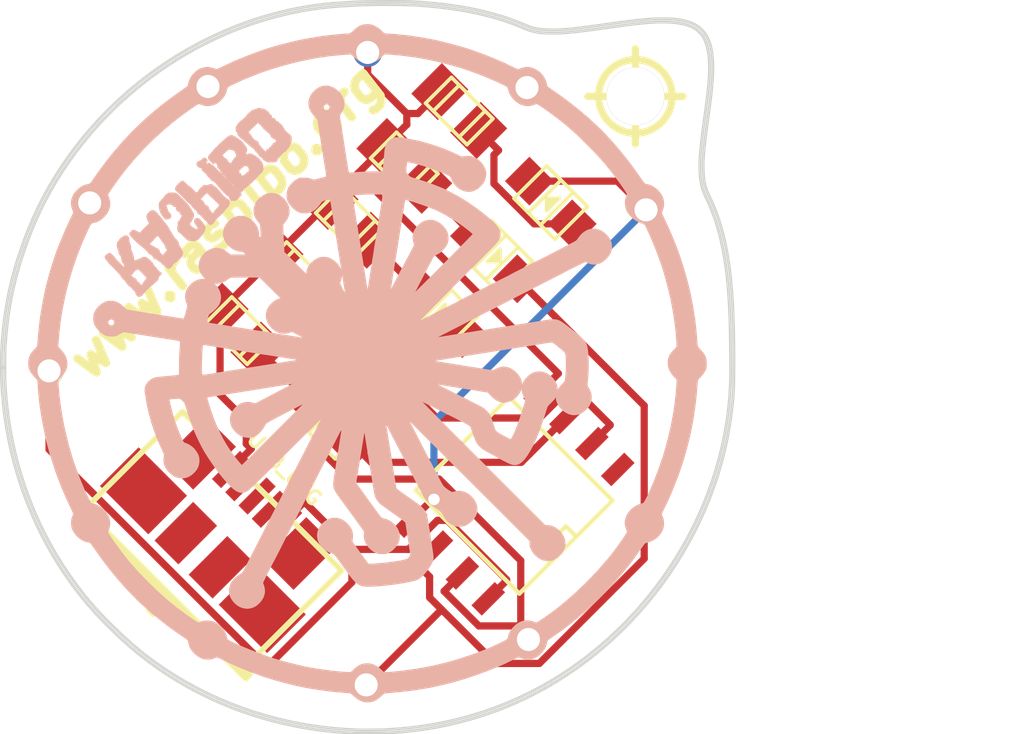
<source format=kicad_pcb>
(kicad_pcb (version 4) (host pcbnew no-vcs-found-product)
  (layers (0 F.Cu signal) (31 B.Cu signal) (34 B.Paste user) (35 F.Paste user) (36 B.SilkS user) (37 F.SilkS user) (38 B.Mask user) (39 F.Mask user) (44 Edge.Cuts user))
  (net 0 "")
  (net 1 GND)
  (net 2 "Net-(D1-Pad2)")
  (net 3 "Net-(D2-Pad2)")
  (net 4 "Net-(D3-Pad2)")
  (net 5 "Net-(D4-Pad2)")
  (net 6 "Net-(D5-Pad2)")
  (net 7 VCC)
  (net 8 "Net-(D1-Pad1)")
  (net 9 "Net-(D2-Pad1)")
  (net 10 "Net-(D3-Pad1)")
  (net 11 "Net-(D4-Pad1)")
  (net 12 "Net-(D5-Pad1)")
  (net 13 "Net-(IC1-Pad1)")
  (module w_details:hole_2mm (layer F.Cu) (at 209.3087 69.977)
    (fp_text reference hole_2mm hide)
    (fp_text value VAL** hide)
    (pad 1 thru_hole circle (at 0 0) (size 1.99898 1.99898) (drill 1.99898) (layers *.Cu F.SilkS))
  )
  (module w_details:hole_1mm (layer F.Cu) (at 199.974 90.3986)
    (fp_text reference P6 hide)
    (fp_text value CONN_01X01 hide)
    (pad 1 thru_hole circle (at 0 0) (size 1.00076 1.00076) (drill 0.8) (layers *.Cu F.SilkS) (net 3 "Net-(D2-Pad2)"))
  )
  (module w_details:hole_1mm (layer F.Cu) (at 205.6 88.8238)
    (fp_text reference P4 hide)
    (fp_text value CONN_01X01 hide)
    (pad 1 thru_hole circle (at 0 0) (size 1.00076 1.00076) (drill 0.8) (layers *.Cu F.SilkS) (net 4 "Net-(D3-Pad2)"))
  )
  (module w_details:hole_1mm (layer F.Cu) (at 211.061 79.2353)
    (fp_text reference P2 hide)
    (fp_text value CONN_01X01 hide)
  )
  (module w_details:hole_1mm (layer F.Cu) (at 209.677 73.914)
    (fp_text reference P5 hide)
    (fp_text value CONN_01X01 hide)
    (pad 1 thru_hole circle (at 0 0) (size 1.00076 1.00076) (drill 0.8) (layers *.Cu F.SilkS) (net 2 "Net-(D1-Pad2)"))
  )
  (module w_details:hole_1mm (layer F.Cu) (at 205.5495 69.6722)
    (fp_text reference P3 hide)
    (fp_text value CONN_01X01 hide)
    (pad 1 thru_hole circle (at 0 0) (size 1.00076 1.00076) (drill 0.8) (layers *.Cu F.SilkS) (net 1 GND))
  )
  (module w_details:hole_1mm (layer F.Cu) (at 200.025 68.453)
    (fp_text reference P3 hide)
    (fp_text value CONN_01X01 hide)
    (pad 1 thru_hole circle (at 0 0) (size 1.00076 1.00076) (drill 0.8) (layers *.Cu) (net 1 GND))
  )
  (module w_details:hole_1mm (layer F.Cu) (at 194.4878 69.6341)
    (fp_text reference P3 hide)
    (fp_text value CONN_01X01 hide)
    (pad 1 thru_hole circle (at 0 0) (size 1.00076 1.00076) (drill 0.8) (layers *.Cu) (net 1 GND))
  )
  (module w_details:hole_1mm (layer F.Cu) (at 190.3857 73.6727)
    (fp_text reference P7 hide)
    (fp_text value CONN_01X01 hide)
    (pad 1 thru_hole circle (at 0 0) (size 1.00076 1.00076) (drill 0.8) (layers *.Cu F.SilkS) (net 7 VCC))
  )
  (module w_details:hole_1mm (layer F.Cu) (at 188.976 79.502)
    (fp_text reference P7 hide)
    (fp_text value CONN_01X01 hide)
    (pad 1 thru_hole circle (at 0 0) (size 1.00076 1.00076) (drill 0.8) (layers *.Cu F.SilkS) (net 7 VCC))
  )
  (module raspibo_logo:raspibo_logo (layer B.Cu) (at 200.025 79.375)
    (fp_text reference P9 hide)
    (fp_text value CONN_01X01 hide)
  )
  (module raspibo_logo:contorno (layer F.Cu) (at 200.025 79.375)
    (fp_text reference P8 hide)
    (fp_text value CONN_01X01 hide)
    (fp_poly (pts (xy 12.698962 -0.35167) (xy 12.698524 -0.019871) (xy 12.698025 0.083457) (xy 12.697202 0.21339) (xy 12.696229 0.330322) (xy 12.695039 0.435767) (xy 12.693568 0.531237) (xy 12.69175 0.618246) (xy 12.68952 0.698308) (xy 12.686813 0.772934) (xy 12.683563 0.84364) (xy 12.679706 0.911937) (xy 12.675176 0.97934) (xy 12.669907 1.047361) (xy 12.663836 1.117514) (xy 12.656895 1.191311) (xy 12.649022 1.270267) (xy 12.645322 1.306286) (xy 12.594491 1.727859) (xy 12.586537 1.779094) (xy 12.586537 0.070381) (xy 12.586346 -0.031066) (xy 12.585935 -0.139104) (xy 12.585313 -0.252411) (xy 12.584492 -0.369668) (xy 12.583482 -0.489553) (xy 12.582293 -0.610748) (xy 12.580935 -0.731932) (xy 12.57942 -0.851784) (xy 12.577756 -0.968984) (xy 12.575956 -1.082212) (xy 12.574028 -1.190148) (xy 12.571984 -1.291472) (xy 12.569834 -1.384862) (xy 12.569347 -1.404257) (xy 12.560667 -1.693809) (xy 12.54972 -1.969963) (xy 12.536415 -2.233672) (xy 12.520663 -2.485886) (xy 12.502373 -2.72756) (xy 12.481456 -2.959643) (xy 12.457821 -3.183089) (xy 12.431377 -3.39885) (xy 12.402036 -3.607877) (xy 12.369707 -3.811124) (xy 12.334299 -4.009541) (xy 12.311737 -4.125685) (xy 12.257569 -4.379455) (xy 12.198909 -4.621232) (xy 12.135092 -4.853026) (xy 12.065454 -5.076844) (xy 11.98933 -5.294696) (xy 11.906056 -5.508588) (xy 11.814967 -5.72053) (xy 11.715399 -5.932531) (xy 11.711048 -5.941413) (xy 11.66746 -6.036979) (xy 11.630436 -6.133374) (xy 11.599491 -6.23269) (xy 11.574139 -6.337016) (xy 11.553897 -6.448442) (xy 11.538279 -6.569061) (xy 11.526801 -6.70096) (xy 11.523733 -6.749143) (xy 11.519913 -6.829169) (xy 11.517753 -6.911353) (xy 11.517325 -6.99657) (xy 11.518698 -7.085694) (xy 11.521944 -7.179596) (xy 11.527132 -7.279153) (xy 11.534335 -7.385236) (xy 11.543622 -7.498721) (xy 11.555064 -7.620479) (xy 11.568732 -7.751386) (xy 11.584697 -7.892315) (xy 11.60303 -8.04414) (xy 11.6238 -8.207734) (xy 11.64708 -8.383971) (xy 11.669281 -8.547187) (xy 11.692554 -8.717111) (xy 11.713744 -8.873631) (xy 11.732953 -9.017692) (xy 11.750285 -9.150238) (xy 11.765841 -9.272215) (xy 11.779724 -9.384567) (xy 11.792036 -9.488239) (xy 11.802881 -9.584175) (xy 11.81236 -9.673321) (xy 11.820575 -9.756622) (xy 11.82763 -9.835021) (xy 11.833627 -9.909465) (xy 11.838668 -9.980897) (xy 11.842855 -10.050263) (xy 11.846292 -10.118507) (xy 11.84908 -10.186575) (xy 11.85004 -10.214038) (xy 11.853166 -10.398372) (xy 11.84978 -10.570157) (xy 11.839797 -10.729858) (xy 11.823129 -10.877939) (xy 11.799692 -11.014865) (xy 11.769399 -11.141102) (xy 11.732164 -11.257115) (xy 11.687902 -11.363368) (xy 11.636526 -11.460325) (xy 11.612682 -11.498578) (xy 11.587916 -11.532159) (xy 11.55466 -11.571147) (xy 11.515922 -11.61253) (xy 11.47471 -11.653296) (xy 11.434035 -11.690433) (xy 11.396903 -11.720928) (xy 11.375265 -11.7363) (xy 11.283158 -11.789551) (xy 11.181399 -11.836105) (xy 11.069655 -11.876005) (xy 10.94759 -11.909296) (xy 10.814871 -11.936022) (xy 10.671163 -11.956226) (xy 10.516132 -11.969954) (xy 10.349443 -11.977248) (xy 10.170761 -11.978153) (xy 9.979753 -11.972713) (xy 9.776083 -11.960973) (xy 9.707903 -11.95587) (xy 9.643405 -11.950599) (xy 9.578377 -11.944879) (xy 9.51184 -11.938589) (xy 9.44282 -11.931607) (xy 9.370337 -11.923813) (xy 9.293416 -11.915086) (xy 9.211081 -11.905305) (xy 9.122352 -11.894349) (xy 9.026255 -11.882097) (xy 8.921812 -11.868429) (xy 8.808047 -11.853222) (xy 8.683981 -11.836357) (xy 8.548639 -11.817712) (xy 8.401044 -11.797166) (xy 8.240219 -11.774599) (xy 8.215086 -11.771059) (xy 8.053725 -11.748433) (xy 7.905624 -11.727914) (xy 7.769701 -11.709379) (xy 7.644874 -11.692704) (xy 7.530062 -11.677764) (xy 7.424183 -11.664435) (xy 7.326154 -11.652594) (xy 7.234895 -11.642117) (xy 7.149323 -11.632878) (xy 7.068358 -11.624755) (xy 6.990915 -11.617624) (xy 6.915915 -11.611359) (xy 6.842276 -11.605838) (xy 6.768915 -11.600936) (xy 6.69475 -11.596529) (xy 6.691265 -11.596334) (xy 6.628435 -11.593611) (xy 6.557272 -11.591861) (xy 6.480372 -11.591043) (xy 6.400329 -11.591118) (xy 6.319741 -11.592044) (xy 6.241204 -11.59378) (xy 6.167312 -11.596286) (xy 6.100663 -11.599522) (xy 6.043853 -11.603447) (xy 6.007388 -11.607037) (xy 5.87396 -11.625932) (xy 5.752068 -11.649939) (xy 5.639466 -11.679604) (xy 5.533913 -11.715476) (xy 5.487407 -11.734086) (xy 5.450085 -11.749756) (xy 5.404222 -11.769027) (xy 5.354655 -11.789866) (xy 5.30622 -11.81024) (xy 5.286829 -11.8184) (xy 5.023354 -11.923034) (xy 4.747651 -12.020335) (xy 4.46006 -12.110229) (xy 4.160922 -12.192642) (xy 3.850578 -12.2675) (xy 3.529368 -12.33473) (xy 3.197633 -12.394256) (xy 2.855713 -12.446007) (xy 2.50395 -12.489906) (xy 2.142683 -12.525881) (xy 1.959429 -12.540811) (xy 1.863669 -12.547856) (xy 1.77383 -12.554017) (xy 1.688014 -12.559363) (xy 1.604322 -12.56396) (xy 1.520856 -12.567878) (xy 1.435719 -12.571185) (xy 1.347012 -12.573947) (xy 1.252837 -12.576234) (xy 1.151296 -12.578113) (xy 1.040491 -12.579652) (xy 0.918524 -12.580919) (xy 0.816429 -12.581748) (xy 0.679568 -12.582598) (xy 0.555003 -12.583008) (xy 0.440521 -12.582931) (xy 0.333909 -12.582321) (xy 0.232955 -12.58113) (xy 0.135445 -12.579313) (xy 0.039166 -12.576822) (xy -0.058094 -12.573612) (xy -0.158549 -12.569634) (xy -0.264411 -12.564843) (xy -0.377893 -12.559192) (xy -0.460828 -12.554819) (xy -0.525297 -12.551366) (xy -0.588901 -12.547976) (xy -0.649261 -12.544775) (xy -0.703995 -12.541889) (xy -0.750721 -12.539443) (xy -0.78706 -12.537562) (xy -0.805542 -12.536625) (xy -1.199834 -12.509799) (xy -1.595214 -12.468679) (xy -1.991141 -12.413391) (xy -2.387075 -12.344064) (xy -2.782475 -12.260825) (xy -3.176802 -12.163803) (xy -3.569515 -12.053125) (xy -3.960073 -11.928919) (xy -4.347936 -11.791312) (xy -4.732564 -11.640433) (xy -4.909457 -11.566092) (xy -5.112277 -11.476396) (xy -5.322305 -11.37851) (xy -5.536147 -11.274163) (xy -5.750415 -11.165083) (xy -5.961717 -11.052998) (xy -6.166663 -10.939638) (xy -6.361862 -10.82673) (xy -6.374151 -10.819436) (xy -6.657217 -10.646688) (xy -6.931133 -10.470247) (xy -7.197805 -10.288699) (xy -7.459139 -10.100627) (xy -7.717043 -9.904615) (xy -7.973422 -9.699249) (xy -8.230182 -9.483111) (xy -8.489232 -9.254787) (xy -8.527127 -9.220557) (xy -8.564317 -9.186203) (xy -8.610121 -9.142816) (xy -8.663099 -9.091834) (xy -8.721814 -9.034693) (xy -8.784828 -8.972832) (xy -8.850701 -8.907687) (xy -8.917995 -8.840697) (xy -8.985273 -8.773298) (xy -9.051096 -8.706928) (xy -9.114025 -8.643024) (xy -9.172623 -8.583025) (xy -9.225451 -8.528366) (xy -9.27107 -8.480487) (xy -9.308042 -8.440824) (xy -9.315367 -8.4328) (xy -9.596288 -8.114013) (xy -9.863391 -7.791443) (xy -10.116993 -7.464608) (xy -10.357411 -7.133025) (xy -10.58496 -6.796213) (xy -10.799957 -6.453689) (xy -11.002719 -6.104971) (xy -11.193562 -5.749577) (xy -11.372802 -5.387025) (xy -11.508327 -5.090885) (xy -11.57822 -4.928315) (xy -11.649553 -4.754088) (xy -11.721373 -4.570861) (xy -11.792727 -4.381291) (xy -11.862662 -4.188038) (xy -11.930226 -3.99376) (xy -11.994465 -3.801113) (xy -12.054425 -3.612756) (xy -12.109155 -3.431347) (xy -12.13282 -3.349171) (xy -12.215259 -3.043081) (xy -12.288908 -2.737467) (xy -12.354087 -2.430437) (xy -12.411113 -2.120097) (xy -12.460306 -1.804555) (xy -12.501983 -1.481916) (xy -12.536464 -1.15029) (xy -12.564068 -0.807782) (xy -12.56646 -0.772885) (xy -12.56955 -0.718194) (xy -12.57236 -0.650925) (xy -12.574874 -0.573008) (xy -12.577074 -0.486379) (xy -12.578944 -0.392969) (xy -12.580467 -0.294711) (xy -12.581625 -0.193538) (xy -12.582403 -0.091384) (xy -12.582782 0.00982) (xy -12.582747 0.108141) (xy -12.582279 0.201644) (xy -12.581362 0.288399) (xy -12.57998 0.366471) (xy -12.578115 0.433928) (xy -12.577242 0.4572) (xy -12.552607 0.886706) (xy -12.514069 1.313806) (xy -12.461758 1.738149) (xy -12.395804 2.15938) (xy -12.316337 2.577147) (xy -12.223489 2.991096) (xy -12.117388 3.400875) (xy -11.998166 3.806129) (xy -11.865952 4.206506) (xy -11.720877 4.601653) (xy -11.563071 4.991216) (xy -11.392665 5.374841) (xy -11.209788 5.752177) (xy -11.014572 6.122869) (xy -10.807145 6.486565) (xy -10.587639 6.842911) (xy -10.356183 7.191553) (xy -10.112908 7.53214) (xy -9.857945 7.864317) (xy -9.835128 7.892914) (xy -9.724169 8.029744) (xy -9.614625 8.160998) (xy -9.504941 8.288355) (xy -9.393561 8.413497) (xy -9.278927 8.538102) (xy -9.159484 8.663851) (xy -9.033676 8.792423) (xy -8.899945 8.925498) (xy -8.756737 9.064757) (xy -8.69188 9.126934) (xy -8.518141 9.290899) (xy -8.351116 9.444391) (xy -8.189121 9.58877) (xy -8.030466 9.725398) (xy -7.873467 9.855637) (xy -7.716437 9.980848) (xy -7.557688 10.102393) (xy -7.395535 10.221633) (xy -7.22829 10.33993) (xy -7.054267 10.458645) (xy -6.985 10.50482) (xy -6.631804 10.730148) (xy -6.271017 10.943193) (xy -5.90295 11.143845) (xy -5.527918 11.331994) (xy -5.146231 11.50753) (xy -4.758204 11.670342) (xy -4.364148 11.82032) (xy -3.964377 11.957356) (xy -3.559202 12.081337) (xy -3.148938 12.192155) (xy -2.733897 12.289699) (xy -2.314391 12.37386) (xy -1.890733 12.444526) (xy -1.463235 12.501589) (xy -1.2446 12.52534) (xy -1.136423 12.535519) (xy -1.01834 12.54543) (xy -0.893826 12.554847) (xy -0.766361 12.563546) (xy -0.63942 12.571302) (xy -0.51648 12.577889) (xy -0.40102 12.583083) (xy -0.297542 12.58663) (xy -0.256699 12.587404) (xy -0.203504 12.587863) (xy -0.140036 12.588027) (xy -0.068375 12.587919) (xy 0.009398 12.58756) (xy 0.091205 12.586973) (xy 0.174966 12.586179) (xy 0.258601 12.5852) (xy 0.34003 12.584058) (xy 0.417174 12.582775) (xy 0.487953 12.581372) (xy 0.550287 12.579872) (xy 0.602097 12.578296) (xy 0.638629 12.5768) (xy 1.059147 12.549797) (xy 1.472537 12.510528) (xy 1.879685 12.458828) (xy 2.281478 12.394532) (xy 2.678804 12.317473) (xy 3.072551 12.227487) (xy 3.463605 12.124408) (xy 3.852853 12.008069) (xy 4.074886 11.935549) (xy 4.461879 11.797612) (xy 4.844054 11.646082) (xy 5.221117 11.481158) (xy 5.592776 11.303037) (xy 5.958737 11.111919) (xy 6.318705 10.908001) (xy 6.672388 10.691482) (xy 7.019491 10.462559) (xy 7.359721 10.221433) (xy 7.692785 9.9683) (xy 8.018388 9.703359) (xy 8.336237 9.426809) (xy 8.646038 9.138847) (xy 8.947498 8.839672) (xy 9.240323 8.529484) (xy 9.427408 8.320315) (xy 9.70216 7.995826) (xy 9.965886 7.662749) (xy 10.218359 7.321544) (xy 10.459352 6.972666) (xy 10.688638 6.616573) (xy 10.90599 6.253723) (xy 11.111182 5.884574) (xy 11.303987 5.509582) (xy 11.484178 5.129205) (xy 11.651528 4.7439) (xy 11.80581 4.354126) (xy 11.946798 3.960339) (xy 12.074264 3.562996) (xy 12.187982 3.162556) (xy 12.287726 2.759476) (xy 12.365353 2.394857) (xy 12.429906 2.039311) (xy 12.483029 1.686788) (xy 12.525058 1.334262) (xy 12.556329 0.978706) (xy 12.577181 0.617095) (xy 12.583819 0.432559) (xy 12.584887 0.383866) (xy 12.585682 0.321981) (xy 12.586215 0.248225) (xy 12.586497 0.163918) (xy 12.586537 0.070381) (xy 12.586537 1.779094) (xy 12.529579 2.145991) (xy 12.450576 2.560711) (xy 12.357474 2.972051) (xy 12.250262 3.38004) (xy 12.128932 3.78471) (xy 11.993476 4.186091) (xy 11.843883 4.584212) (xy 11.680146 4.979106) (xy 11.502255 5.370801) (xy 11.360511 5.660572) (xy 11.161928 6.038905) (xy 10.951619 6.409731) (xy 10.729895 6.772763) (xy 10.497062 7.127716) (xy 10.253428 7.474303) (xy 9.999303 7.812236) (xy 9.734993 8.141231) (xy 9.460807 8.461) (xy 9.177053 8.771256) (xy 8.88404 9.071714) (xy 8.582074 9.362087) (xy 8.271464 9.642088) (xy 7.952519 9.91143) (xy 7.625546 10.169829) (xy 7.290854 10.416996) (xy 6.94875 10.652645) (xy 6.599542 10.876491) (xy 6.24354 11.088246) (xy 5.88105 11.287624) (xy 5.51238 11.474338) (xy 5.13784 11.648103) (xy 4.757736 11.808631) (xy 4.742543 11.814723) (xy 4.357361 11.961211) (xy 3.965482 12.095155) (xy 3.567903 12.216315) (xy 3.16562 12.324456) (xy 2.75963 12.41934) (xy 2.35093 12.500728) (xy 1.940515 12.568384) (xy 1.529384 12.622071) (xy 1.226458 12.652561) (xy 1.142731 12.659869) (xy 1.067591 12.666271) (xy 0.999403 12.671832) (xy 0.936532 12.676617) (xy 0.877344 12.68069) (xy 0.820204 12.684116) (xy 0.763478 12.686958) (xy 0.70553 12.689282) (xy 0.644727 12.691152) (xy 0.579433 12.692633) (xy 0.508015 12.693788) (xy 0.428838 12.694683) (xy 0.340266 12.695382) (xy 0.240666 12.69595) (xy 0.128403 12.69645) (xy 0.112486 12.696515) (xy -0.01202 12.696924) (xy -0.12307 12.69708) (xy -0.221719 12.696972) (xy -0.309022 12.69659) (xy -0.386036 12.695923) (xy -0.453815 12.69496) (xy -0.513415 12.693691) (xy -0.565892 12.692104) (xy -0.612302 12.690188) (xy -0.638628 12.688823) (xy -1.040613 12.660752) (xy -1.434419 12.622115) (xy -1.822143 12.572597) (xy -2.20588 12.511884) (xy -2.587728 12.439661) (xy -2.969781 12.355614) (xy -3.1496 12.312041) (xy -3.55786 12.203123) (xy -3.960956 12.081326) (xy -4.358505 11.946853) (xy -4.750121 11.799906) (xy -5.135422 11.640689) (xy -5.514025 11.469405) (xy -5.885544 11.286258) (xy -6.249596 11.091449) (xy -6.605798 10.885183) (xy -6.953766 10.667663) (xy -7.293117 10.439091) (xy -7.623465 10.199671) (xy -7.944429 9.949606) (xy -8.255623 9.689098) (xy -8.476342 9.492509) (xy -8.528109 9.444722) (xy -8.588038 9.388623) (xy -8.654171 9.326102) (xy -8.724546 9.259048) (xy -8.797206 9.189351) (xy -8.870188 9.1189) (xy -8.941535 9.049586) (xy -9.009285 8.983297) (xy -9.071479 8.921923) (xy -9.126157 8.867354) (xy -9.154885 8.838314) (xy -9.431333 8.546899) (xy -9.698682 8.244403) (xy -9.956617 7.931299) (xy -10.204824 7.608062) (xy -10.442986 7.275167) (xy -10.670789 6.933086) (xy -10.887918 6.582293) (xy -11.094056 6.223264) (xy -11.28889 5.856471) (xy -11.472104 5.482388) (xy -11.643383 5.10149) (xy -11.649493 5.087257) (xy -11.813881 4.685361) (xy -11.96453 4.278854) (xy -12.101394 3.867949) (xy -12.224423 3.452858) (xy -12.333571 3.033792) (xy -12.428789 2.610963) (xy -12.510028 2.184583) (xy -12.577242 1.754865) (xy -12.630381 1.322019) (xy -12.669398 0.886259) (xy -12.692635 0.486331) (xy -12.694617 0.429931) (xy -12.696274 0.361492) (xy -12.697604 0.283209) (xy -12.698608 0.197278) (xy -12.699286 0.105894) (xy -12.699637 0.011254) (xy -12.699661 -0.084447) (xy -12.699358 -0.179014) (xy -12.698727 -0.27025) (xy -12.697769 -0.35596) (xy -12.696484 -0.433948) (xy -12.69487 -0.502019) (xy -12.692928 -0.557976) (xy -12.692734 -0.562428) (xy -12.666976 -0.987649) (xy -12.627918 -1.407651) (xy -12.575582 -1.822286) (xy -12.509994 -2.231409) (xy -12.431178 -2.634873) (xy -12.339157 -3.032532) (xy -12.233958 -3.42424) (xy -12.191379 -3.568692) (xy -12.153097 -3.692319) (xy -12.109929 -3.82616) (xy -12.062937 -3.967191) (xy -12.013185 -4.112386) (xy -11.961735 -4.258721) (xy -11.90965 -4.403171) (xy -11.857991 -4.542711) (xy -11.807823 -4.674315) (xy -11.763284 -4.787311) (xy -11.60257 -5.16819) (xy -11.428791 -5.543057) (xy -11.241869 -5.912052) (xy -11.041722 -6.275317) (xy -10.828271 -6.632993) (xy -10.601435 -6.985222) (xy -10.361135 -7.332145) (xy -10.180289 -7.577991) (xy -9.976283 -7.841341) (xy -9.766303 -8.097867) (xy -9.548626 -8.349519) (xy -9.321526 -8.598245) (xy -9.083279 -8.845997) (xy -8.878529 -9.049657) (xy -8.571428 -9.339547) (xy -8.254998 -9.61905) (xy -7.929696 -9.887924) (xy -7.595981 -10.145924) (xy -7.254311 -10.392806) (xy -6.905144 -10.628325) (xy -6.54894 -10.852238) (xy -6.186157 -11.0643) (xy -5.817253 -11.264268) (xy -5.442687 -11.451897) (xy -5.062917 -11.626943) (xy -4.678401 -11.789162) (xy -4.289598 -11.938311) (xy -3.896967 -12.074144) (xy -3.500966 -12.196417) (xy -3.102053 -12.304887) (xy -2.700687 -12.39931) (xy -2.5146 -12.438113) (xy -2.182175 -12.499937) (xy -1.852254 -12.551718) (xy -1.521486 -12.59387) (xy -1.186522 -12.626803) (xy -0.84401 -12.650929) (xy -0.7366 -12.656644) (xy -0.678447 -12.659648) (xy -0.611144 -12.663347) (xy -0.540023 -12.667436) (xy -0.470413 -12.671606) (xy -0.407645 -12.675551) (xy -0.402771 -12.675868) (xy -0.363301 -12.67793) (xy -0.31063 -12.679882) (xy -0.246069 -12.681719) (xy -0.170931 -12.683432) (xy -0.086529 -12.685015) (xy 0.005826 -12.686461) (xy 0.10482 -12.687762) (xy 0.209142 -12.688913) (xy 0.317479 -12.689905) (xy 0.428519 -12.690733) (xy 0.54095 -12.691388) (xy 0.653458 -12.691864) (xy 0.764733 -12.692154) (xy 0.873461 -12.692251) (xy 0.978331 -12.692147) (xy 1.078029 -12.691837) (xy 1.171244 -12.691313) (xy 1.256663 -12.690567) (xy 1.332974 -12.689594) (xy 1.398864 -12.688385) (xy 1.453021 -12.686935) (xy 1.480458 -12.685897) (xy 1.840326 -12.665951) (xy 2.196557 -12.637994) (xy 2.547276 -12.602233) (xy 2.890608 -12.558881) (xy 3.224678 -12.508146) (xy 3.497943 -12.459755) (xy 3.784219 -12.402046) (xy 4.058678 -12.339375) (xy 4.323351 -12.271139) (xy 4.580268 -12.196731) (xy 4.831457 -12.115547) (xy 5.078949 -12.026981) (xy 5.324773 -11.930427) (xy 5.452986 -11.876704) (xy 5.54195 -11.840049) (xy 5.625312 -11.808974) (xy 5.705393 -11.783026) (xy 5.784512 -11.761757) (xy 5.864988 -11.744714) (xy 5.949143 -11.731449) (xy 6.039295 -11.721509) (xy 6.137765 -11.714445) (xy 6.246872 -11.709805) (xy 6.32194 -11.707928) (xy 6.398127 -11.706888) (xy 6.473814 -11.706832) (xy 6.549927 -11.707847) (xy 6.627394 -11.710023) (xy 6.707142 -11.713446) (xy 6.790098 -11.718203) (xy 6.87719 -11.724384) (xy 6.969346 -11.732074) (xy 7.067492 -11.741363) (xy 7.172556 -11.752337) (xy 7.285465 -11.765084) (xy 7.407147 -11.779692) (xy 7.538528 -11.796249) (xy 7.680537 -11.814842) (xy 7.834101 -11.835559) (xy 8.000147 -11.858488) (xy 8.17564 -11.883155) (xy 8.339211 -11.906241) (xy 8.489498 -11.927289) (xy 8.627573 -11.946426) (xy 8.754504 -11.963779) (xy 8.871361 -11.979475) (xy 8.979213 -11.993641) (xy 9.07913 -12.006405) (xy 9.172181 -12.017892) (xy 9.259435 -12.028232) (xy 9.341963 -12.037549) (xy 9.420832 -12.045973) (xy 9.497114 -12.053629) (xy 9.571877 -12.060646) (xy 9.64619 -12.067149) (xy 9.721123 -12.073266) (xy 9.797746 -12.079125) (xy 9.866086 -12.084073) (xy 9.924493 -12.087385) (xy 9.992789 -12.089883) (xy 10.068407 -12.091579) (xy 10.14878 -12.092489) (xy 10.231342 -12.092625) (xy 10.313527 -12.092) (xy 10.392767 -12.090629) (xy 10.466496 -12.088525) (xy 10.532149 -12.085702) (xy 10.587158 -12.082173) (xy 10.609943 -12.08014) (xy 10.761604 -12.061864) (xy 10.900361 -12.038753) (xy 11.027113 -12.010461) (xy 11.142759 -11.976642) (xy 11.248198 -11.93695) (xy 11.34433 -11.891038) (xy 11.432052 -11.838561) (xy 11.512265 -11.77917) (xy 11.585867 -11.712521) (xy 11.599112 -11.699076) (xy 11.668759 -11.618943) (xy 11.730876 -11.530032) (xy 11.785565 -11.431934) (xy 11.832925 -11.324241) (xy 11.873058 -11.206545) (xy 11.906065 -11.078438) (xy 11.932045 -10.93951) (xy 11.951101 -10.789354) (xy 11.963332 -10.627561) (xy 11.96884 -10.453723) (xy 11.967724 -10.26743) (xy 11.966169 -10.2108) (xy 11.963739 -10.143362) (xy 11.960731 -10.076262) (xy 11.957044 -10.008572) (xy 11.952578 -9.939366) (xy 11.947232 -9.867715) (xy 11.940906 -9.792692) (xy 11.9335 -9.71337) (xy 11.924913 -9.628819) (xy 11.915045 -9.538114) (xy 11.903795 -9.440326) (xy 11.891063 -9.334527) (xy 11.876748 -9.219791) (xy 11.860751 -9.095189) (xy 11.842971 -8.959794) (xy 11.823307 -8.812678) (xy 11.801659 -8.652913) (xy 11.781969 -8.509) (xy 11.757207 -8.326395) (xy 11.734939 -8.157167) (xy 11.715093 -8.000408) (xy 11.697596 -7.85521) (xy 11.682375 -7.720665) (xy 11.669357 -7.595863) (xy 11.658471 -7.479897) (xy 11.649642 -7.371859) (xy 11.642799 -7.27084) (xy 11.637868 -7.175932) (xy 11.634778 -7.086227) (xy 11.633454 -7.000817) (xy 11.633825 -6.918792) (xy 11.635818 -6.839246) (xy 11.63936 -6.761269) (xy 11.64048 -6.741885) (xy 11.649053 -6.625384) (xy 11.660422 -6.520346) (xy 11.675322 -6.423866) (xy 11.694492 -6.33304) (xy 11.718667 -6.244964) (xy 11.748584 -6.156732) (xy 11.78498 -6.065441) (xy 11.828591 -5.968185) (xy 11.845945 -5.931681) (xy 11.939928 -5.728589) (xy 12.026063 -5.525563) (xy 12.105109 -5.320367) (xy 12.177827 -5.110765) (xy 12.244975 -4.894521) (xy 12.307314 -4.6694) (xy 12.365604 -4.433166) (xy 12.386906 -4.339771) (xy 12.423696 -4.167009) (xy 12.457992 -3.989228) (xy 12.489831 -3.805887) (xy 12.519251 -3.616442) (xy 12.546291 -3.420353) (xy 12.570988 -3.217076) (xy 12.593381 -3.006071) (xy 12.613508 -2.786794) (xy 12.631406 -2.558705) (xy 12.647115 -2.32126) (xy 12.660672 -2.073918) (xy 12.672115 -1.816137) (xy 12.681483 -1.547374) (xy 12.688814 -1.267088) (xy 12.694145 -0.974737) (xy 12.697515 -0.669778) (xy 12.698962 -0.35167) (xy 12.698962 -0.35167)) (layer Edge.Cuts) (width 0.1))
  )
  (module w_smd_leds:Led_0805 (layer F.Cu) (at 206.375 73.66 135)
    (fp_text reference D1 hide)
    (fp_text value LED hide)
    (pad 1 smd rect (at -1.04902 0 135) (size 1.19888 1.19888) (layers F.Cu F.Paste F.Mask) (net 8 "Net-(D1-Pad1)"))
    (pad 2 smd rect (at 1.04902 0 135) (size 1.19888 1.19888) (layers F.Cu F.Paste F.Mask) (net 2 "Net-(D1-Pad2)"))
  )
  (module w_smd_leds:Led_0805 (layer F.Cu) (at 204.47 75.565 315)
    (fp_text reference D2 hide)
    (fp_text value LED hide)
    (pad 1 smd rect (at -1.04902 0 315) (size 1.19888 1.19888) (layers F.Cu F.Paste F.Mask) (net 9 "Net-(D2-Pad1)"))
    (pad 2 smd rect (at 1.04902 0 315) (size 1.19888 1.19888) (layers F.Cu F.Paste F.Mask) (net 3 "Net-(D2-Pad2)"))
  )
  (module w_smd_leds:Led_0805 (layer F.Cu) (at 202.565 77.47 315)
    (fp_text reference D3 hide)
    (fp_text value LED hide)
    (pad 1 smd rect (at -1.04902 0 315) (size 1.19888 1.19888) (layers F.Cu F.Paste F.Mask) (net 10 "Net-(D3-Pad1)"))
    (pad 2 smd rect (at 1.04902 0 315) (size 1.19888 1.19888) (layers F.Cu F.Paste F.Mask) (net 4 "Net-(D3-Pad2)"))
  )
  (module w_smd_leds:Led_0805 (layer F.Cu) (at 200.66 79.375 315)
    (fp_text reference D4 (at 0 -1.651 315) (layer F.SilkS) (effects (font (size 0.8001 0.8001) (thickness 0.14986))))
    (fp_text value LED hide)
    (pad 1 smd rect (at -1.04902 0 315) (size 1.19888 1.19888) (layers F.Cu F.Paste F.Mask) (net 11 "Net-(D4-Pad1)"))
    (pad 2 smd rect (at 1.04902 0 315) (size 1.19888 1.19888) (layers F.Cu F.Paste F.Mask) (net 5 "Net-(D4-Pad2)"))
  )
  (module w_smd_leds:Led_0805 (layer F.Cu) (at 198.755 81.28 315)
    (fp_text reference D5 hide)
    (fp_text value LED hide)
    (pad 1 smd rect (at -1.04902 0 315) (size 1.19888 1.19888) (layers F.Cu F.Paste F.Mask) (net 12 "Net-(D5-Pad1)"))
    (pad 2 smd rect (at 1.04902 0 315) (size 1.19888 1.19888) (layers F.Cu F.Paste F.Mask) (net 6 "Net-(D5-Pad2)"))
  )
  (module SMD_Packages:SOIC-8-N (layer F.Cu) (at 205.105 83.82 135)
    (fp_text reference IC1 hide)
    (fp_text value ATTINY85-S hide)
    (pad 8 smd rect (at -1.905 -3.175 135) (size 0.508 1.143) (layers F.Cu F.Paste F.Mask) (net 7 VCC))
    (pad 7 smd rect (at -0.635 -3.175 135) (size 0.508 1.143) (layers F.Cu F.Paste F.Mask) (net 4 "Net-(D3-Pad2)"))
    (pad 6 smd rect (at 0.635 -3.175 135) (size 0.508 1.143) (layers F.Cu F.Paste F.Mask) (net 3 "Net-(D2-Pad2)"))
    (pad 5 smd rect (at 1.905 -3.175 135) (size 0.508 1.143) (layers F.Cu F.Paste F.Mask) (net 2 "Net-(D1-Pad2)"))
    (pad 4 smd rect (at 1.905 3.175 135) (size 0.508 1.143) (layers F.Cu F.Paste F.Mask) (net 1 GND))
    (pad 3 smd rect (at 0.635 3.175 135) (size 0.508 1.143) (layers F.Cu F.Paste F.Mask) (net 6 "Net-(D5-Pad2)"))
    (pad 2 smd rect (at -0.635 3.175 135) (size 0.508 1.143) (layers F.Cu F.Paste F.Mask) (net 5 "Net-(D4-Pad2)"))
    (pad 1 smd rect (at -1.905 3.175 135) (size 0.508 1.143) (layers F.Cu F.Paste F.Mask) (net 13 "Net-(IC1-Pad1)"))
  )
  (module w_smd_resistors:r_0805 (layer F.Cu) (at 203.2 70.485 135)
    (fp_text reference R1 hide)
    (fp_text value R hide)
    (pad 1 smd rect (at 0.9525 0 135) (size 1.30048 1.4986) (layers F.Cu F.Paste F.Mask) (net 1 GND))
    (pad 2 smd rect (at -0.9525 0 135) (size 1.30048 1.4986) (layers F.Cu F.Paste F.Mask) (net 8 "Net-(D1-Pad1)"))
  )
  (module w_smd_resistors:r_0805 (layer F.Cu) (at 201.295 72.39 135)
    (fp_text reference R2 hide)
    (fp_text value R hide)
    (pad 1 smd rect (at 0.9525 0 135) (size 1.30048 1.4986) (layers F.Cu F.Paste F.Mask) (net 1 GND))
    (pad 2 smd rect (at -0.9525 0 135) (size 1.30048 1.4986) (layers F.Cu F.Paste F.Mask) (net 9 "Net-(D2-Pad1)"))
  )
  (module w_smd_resistors:r_0805 (layer F.Cu) (at 199.39 74.295 135)
    (fp_text reference R3 hide)
    (fp_text value R hide)
    (pad 1 smd rect (at 0.9525 0 135) (size 1.30048 1.4986) (layers F.Cu F.Paste F.Mask) (net 1 GND))
    (pad 2 smd rect (at -0.9525 0 135) (size 1.30048 1.4986) (layers F.Cu F.Paste F.Mask) (net 10 "Net-(D3-Pad1)"))
  )
  (module w_smd_resistors:r_0805 (layer F.Cu) (at 197.485 76.2 135)
    (fp_text reference R4 hide)
    (fp_text value R hide)
    (pad 1 smd rect (at 0.9525 0 135) (size 1.30048 1.4986) (layers F.Cu F.Paste F.Mask) (net 1 GND))
    (pad 2 smd rect (at -0.9525 0 135) (size 1.30048 1.4986) (layers F.Cu F.Paste F.Mask) (net 11 "Net-(D4-Pad1)"))
  )
  (module w_smd_resistors:r_0805 (layer F.Cu) (at 195.58 78.105 135)
    (fp_text reference R5 hide)
    (fp_text value R hide)
    (pad 1 smd rect (at 0.9525 0 135) (size 1.30048 1.4986) (layers F.Cu F.Paste F.Mask) (net 1 GND))
    (pad 2 smd rect (at -0.9525 0 135) (size 1.30048 1.4986) (layers F.Cu F.Paste F.Mask) (net 12 "Net-(D5-Pad1)"))
  )
  (module w_conn_pc:conn_usb_B_micro_smd (layer F.Cu) (at 194.31 85.725 315)
    (fp_text reference P1 (at 0 2.60096 315) (layer F.SilkS) (effects (font (size 0.50038 0.50038) (thickness 0.09906))))
    (fp_text value USB_OTG (at 0 -4.0005 315) (layer F.SilkS) (effects (font (size 0.50038 0.50038) (thickness 0.09906))))
    (pad "" smd rect (at -0.8382 0 315) (size 1.17348 1.89738) (layers F.Cu F.Paste F.Mask))
    (pad "" smd rect (at 0.8382 0 315) (size 1.17348 1.89738) (layers F.Cu F.Paste F.Mask))
    (pad "" smd rect (at 2.91338 0 315) (size 2.3749 1.89738) (layers F.Cu F.Paste F.Mask))
    (pad "" smd rect (at -2.91338 0 315) (size 2.3749 1.89738) (layers F.Cu F.Paste F.Mask))
    (pad "" smd rect (at 2.46126 -2.2987 315) (size 1.4732 2.10058) (layers F.Cu F.Paste F.Mask))
    (pad "" smd rect (at -2.46126 -2.2987 315) (size 1.4732 2.10058) (layers F.Cu F.Paste F.Mask))
    (pad 1 smd rect (at -1.30048 -2.65938 315) (size 0.44958 1.37922) (layers F.Cu F.Paste F.Mask) (net 1 GND))
    (pad 2 smd rect (at -0.65024 -2.65938 315) (size 0.44958 1.37922) (layers F.Cu F.Paste F.Mask))
    (pad 3 smd rect (at 0 -2.65938 315) (size 0.44958 1.37922) (layers F.Cu F.Paste F.Mask))
    (pad 4 smd rect (at 0.65024 -2.65938 315) (size 0.44958 1.37922) (layers F.Cu F.Paste F.Mask))
    (pad 5 smd rect (at 1.30048 -2.65938 315) (size 0.44958 1.37922) (layers F.Cu F.Paste F.Mask) (net 7 VCC))
  )
  (gr_text www.raspibo.org (at 195.072 74.3331 45) (layer F.SilkS) (effects (font (size 1.2 1.2) (thickness 0.3) italic)))
  (segment (start 195.2709 82.9249) (end 195.9887 82.2071) (width 0.25) (layer F.Cu) (net 1))
  (segment (start 196.8115 75.5265) (end 196.0517 76.2863) (width 0.25) (layer F.Cu) (net 1))
  (segment (start 194.9065 80.3252) (end 194.9065 77.4315) (width 0.25) (layer F.Cu) (net 1))
  (segment (start 195.8155 81.2342) (end 194.9065 80.3252) (width 0.25) (layer F.Cu) (net 1))
  (segment (start 195.8155 82.034) (end 195.8155 81.2342) (width 0.25) (layer F.Cu) (net 1))
  (segment (start 195.9887 82.2071) (end 195.8155 82.034) (width 0.25) (layer F.Cu) (net 1))
  (segment (start 194.9065 77.4315) (end 196.0517 76.2863) (width 0.25) (layer F.Cu) (net 1))
  (segment (start 202.5265 69.8115) (end 201.7667 70.5713) (width 0.25) (layer F.Cu) (net 1))
  (segment (start 201.3813 70.9566) (end 201.3814 70.9566) (width 0.25) (layer F.Cu) (net 1))
  (segment (start 201.3813 70.5713) (end 201.3813 70.9566) (width 0.25) (layer F.Cu) (net 1))
  (segment (start 200.025 69.215) (end 201.3813 70.5713) (width 0.25) (layer F.Cu) (net 1))
  (segment (start 200.025 68.453) (end 200.025 69.215) (width 0.25) (layer F.Cu) (net 1))
  (segment (start 201.7666 70.5713) (end 201.7667 70.5713) (width 0.25) (layer F.Cu) (net 1))
  (segment (start 201.3813 70.5713) (end 201.7666 70.5713) (width 0.25) (layer F.Cu) (net 1))
  (segment (start 201.3813 70.9567) (end 201.3814 70.9566) (width 0.25) (layer F.Cu) (net 1))
  (segment (start 200.6215 71.7165) (end 201.3813 70.9567) (width 0.25) (layer F.Cu) (net 1))
  (segment (start 200.6215 71.7165) (end 199.8617 72.4763) (width 0.25) (layer F.Cu) (net 1))
  (segment (start 196.8115 75.5265) (end 198.7165 73.6215) (width 0.25) (layer F.Cu) (net 1))
  (segment (start 206.003 80.2279) (end 206.6371 79.5938) (width 0.25) (layer F.Cu) (net 1))
  (segment (start 199.6907 72.6473) (end 206.6371 79.5938) (width 0.25) (layer F.Cu) (net 1))
  (segment (start 198.7165 73.6215) (end 199.6907 72.6473) (width 0.25) (layer F.Cu) (net 1))
  (segment (start 199.6907 72.6473) (end 199.8617 72.4763) (width 0.25) (layer F.Cu) (net 1))
  (via (at 202.3228 83.9626) (size 0.6) (layers F.Cu B.Cu) (net 2))
  (segment (start 208.6812 72.9182) (end 205.6332 72.9182) (width 0.25) (layer F.Cu) (net 2))
  (segment (start 209.677 73.914) (end 208.6812 72.9182) (width 0.25) (layer F.Cu) (net 2))
  (segment (start 202.3229 83.9626) (end 202.3228 83.9626) (width 0.25) (layer B.Cu) (net 2))
  (segment (start 202.3229 81.2681) (end 202.3229 83.9626) (width 0.25) (layer B.Cu) (net 2))
  (segment (start 209.677 73.914) (end 202.3229 81.2681) (width 0.25) (layer B.Cu) (net 2))
  (segment (start 202.2683 83.9626) (end 201.5129 84.718) (width 0.25) (layer F.Cu) (net 2))
  (segment (start 202.3228 83.9626) (end 202.2683 83.9626) (width 0.25) (layer F.Cu) (net 2))
  (segment (start 202.5895 87.7831) (end 199.974 90.3986) (width 0.25) (layer F.Cu) (net 3))
  (segment (start 202.1728 87.3665) (end 202.5895 87.7831) (width 0.25) (layer F.Cu) (net 3))
  (segment (start 202.1728 86.6462) (end 202.1728 87.3665) (width 0.25) (layer F.Cu) (net 3))
  (segment (start 201.7768 86.2502) (end 202.1728 86.6462) (width 0.25) (layer F.Cu) (net 3))
  (segment (start 209.6143 80.7093) (end 205.2118 76.3068) (width 0.25) (layer F.Cu) (net 3))
  (segment (start 209.6143 86.0174) (end 209.6143 80.7093) (width 0.25) (layer F.Cu) (net 3))
  (segment (start 205.9765 89.6552) (end 209.6143 86.0174) (width 0.25) (layer F.Cu) (net 3))
  (segment (start 204.4615 89.6552) (end 205.9765 89.6552) (width 0.25) (layer F.Cu) (net 3))
  (segment (start 202.5895 87.7831) (end 204.4615 89.6552) (width 0.25) (layer F.Cu) (net 3))
  (segment (start 202.4109 85.6161) (end 201.7768 86.2502) (width 0.25) (layer F.Cu) (net 3))
  (segment (start 203.3089 86.5141) (end 202.6748 87.1482) (width 0.25) (layer F.Cu) (net 4))
  (segment (start 203.8791 88.3525) (end 202.6748 87.1482) (width 0.25) (layer F.Cu) (net 4))
  (segment (start 205.3331 88.3525) (end 203.8791 88.3525) (width 0.25) (layer F.Cu) (net 4))
  (segment (start 205.3331 88.5569) (end 205.3331 88.3525) (width 0.25) (layer F.Cu) (net 4))
  (segment (start 205.6 88.8238) (end 205.3331 88.5569) (width 0.25) (layer F.Cu) (net 4))
  (segment (start 201.9925 78.2118) (end 203.3068 78.2118) (width 0.25) (layer F.Cu) (net 4))
  (segment (start 198.2578 81.9465) (end 201.9925 78.2118) (width 0.25) (layer F.Cu) (net 4))
  (segment (start 198.2578 82.1159) (end 198.2578 81.9465) (width 0.25) (layer F.Cu) (net 4))
  (segment (start 199.3987 83.2568) (end 198.2578 82.1159) (width 0.25) (layer F.Cu) (net 4))
  (segment (start 202.5037 83.2568) (end 199.3987 83.2568) (width 0.25) (layer F.Cu) (net 4))
  (segment (start 205.3331 86.0862) (end 202.5037 83.2568) (width 0.25) (layer F.Cu) (net 4))
  (segment (start 205.3331 88.3525) (end 205.3331 86.0862) (width 0.25) (layer F.Cu) (net 4))
  (segment (start 202.423 81.138) (end 201.4018 80.1168) (width 0.25) (layer F.Cu) (net 5))
  (segment (start 205.9909 81.138) (end 202.423 81.138) (width 0.25) (layer F.Cu) (net 5))
  (segment (start 206.9572 80.1717) (end 205.9909 81.138) (width 0.25) (layer F.Cu) (net 5))
  (segment (start 207.2315 80.1717) (end 206.9572 80.1717) (width 0.25) (layer F.Cu) (net 5))
  (segment (start 208.4332 81.3734) (end 207.2315 80.1717) (width 0.25) (layer F.Cu) (net 5))
  (segment (start 208.4332 81.3898) (end 208.4332 81.3734) (width 0.25) (layer F.Cu) (net 5))
  (segment (start 207.7991 82.0239) (end 208.4332 81.3898) (width 0.25) (layer F.Cu) (net 5))
  (segment (start 205.3514 82.6756) (end 200.1506 82.6756) (width 0.25) (layer F.Cu) (net 6))
  (segment (start 206.9011 81.1259) (end 205.3514 82.6756) (width 0.25) (layer F.Cu) (net 6))
  (segment (start 199.4968 82.0218) (end 200.1506 82.6756) (width 0.25) (layer F.Cu) (net 6))
  (segment (start 197.1101 84.7641) (end 197.8279 84.0463) (width 0.25) (layer F.Cu) (net 7))
  (segment (start 204.207 87.4121) (end 204.8411 86.778) (width 0.25) (layer F.Cu) (net 7))
  (segment (start 204.8411 86.742) (end 204.8411 86.778) (width 0.25) (layer F.Cu) (net 7))
  (segment (start 202.7889 84.6898) (end 204.8411 86.742) (width 0.25) (layer F.Cu) (net 7))
  (segment (start 202.4422 84.6898) (end 202.7889 84.6898) (width 0.25) (layer F.Cu) (net 7))
  (segment (start 201.4355 85.6965) (end 202.4422 84.6898) (width 0.25) (layer F.Cu) (net 7))
  (segment (start 199.478 85.6965) (end 201.4355 85.6965) (width 0.25) (layer F.Cu) (net 7))
  (segment (start 199.478 86.8379) (end 199.478 85.6965) (width 0.25) (layer F.Cu) (net 7))
  (segment (start 196.6689 89.647) (end 199.478 86.8379) (width 0.25) (layer F.Cu) (net 7))
  (segment (start 196.3953 89.647) (end 196.6689 89.647) (width 0.25) (layer F.Cu) (net 7))
  (segment (start 188.976 82.2277) (end 196.3953 89.647) (width 0.25) (layer F.Cu) (net 7))
  (segment (start 188.976 79.502) (end 188.976 82.2277) (width 0.25) (layer F.Cu) (net 7))
  (segment (start 199.478 85.6965) (end 197.8279 84.0463) (width 0.25) (layer F.Cu) (net 7))
  (segment (start 205.8017 74.4018) (end 207.1168 74.4018) (width 0.25) (layer F.Cu) (net 8))
  (segment (start 204.4036 73.0037) (end 205.8017 74.4018) (width 0.25) (layer F.Cu) (net 8))
  (segment (start 204.4036 72.0079) (end 204.4036 73.0037) (width 0.25) (layer F.Cu) (net 8))
  (segment (start 204.5633 71.8482) (end 204.4036 72.0079) (width 0.25) (layer F.Cu) (net 8))
  (segment (start 203.8735 71.1585) (end 204.5633 71.8482) (width 0.25) (layer F.Cu) (net 8))
  (segment (start 201.9685 73.0635) (end 203.7282 74.8232) (width 0.25) (layer F.Cu) (net 9))
  (segment (start 200.0635 74.9685) (end 201.8232 76.7282) (width 0.25) (layer F.Cu) (net 10))
  (segment (start 198.1585 76.8735) (end 199.9182 78.6332) (width 0.25) (layer F.Cu) (net 11))
  (segment (start 196.2535 78.7785) (end 198.0132 80.5382) (width 0.25) (layer F.Cu) (net 12))
)
</source>
